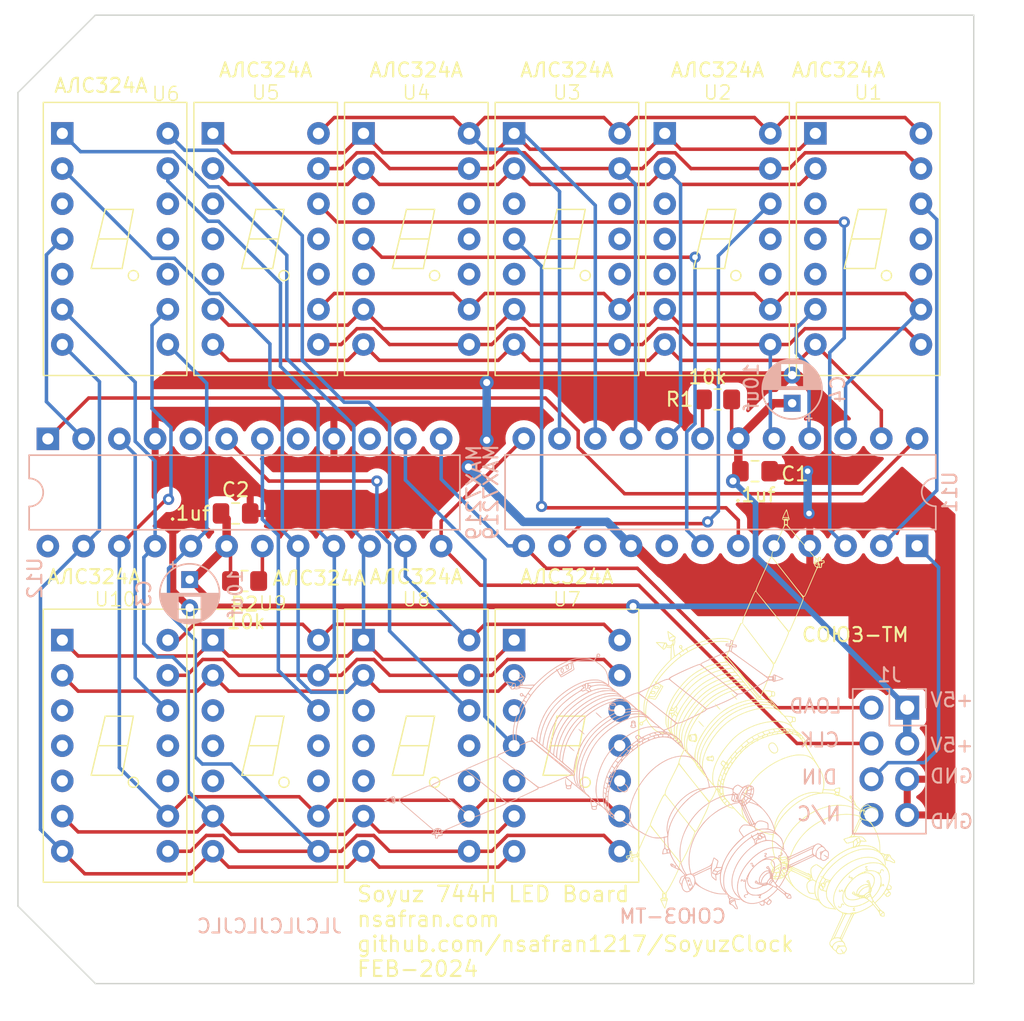
<source format=kicad_pcb>
(kicad_pcb (version 20221018) (generator pcbnew)
  (layers (0 "F.Cu" signal) (31 "B.Cu" signal) (34 "B.Paste" user) (35 "F.Paste" user) (36 "B.SilkS" user "B.Silkscreen") (37 "F.SilkS" user "F.Silkscreen") (38 "B.Mask" user) (39 "F.Mask" user) (44 "Edge.Cuts" user))
  (net 0 "")
  (net 1 "/Segment25")
  (net 2 "/Segment26")
  (net 3 "/Segment23")
  (net 4 "/Segment22")
  (net 5 "/Segment27")
  (net 6 "/Segment21")
  (net 7 "/Segment20")
  (net 8 "LOAD")
  (net 9 "CLK")
  (net 10 "/Segment24")
  (net 11 "+5V")
  (net 12 "GND")
  (net 13 "Net-(U11-ISET)")
  (net 14 "Net-(U12-ISET)")
  (net 15 "Net-(U11-DIG_0)")
  (net 16 "Net-(U11-DIG_1)")
  (net 17 "Net-(U11-DIG_2)")
  (net 18 "Net-(U11-DIG_3)")
  (net 19 "Net-(U11-DIG_4)")
  (net 20 "Net-(U12-DIG_0)")
  (net 21 "Net-(U12-DIG_1)")
  (net 22 "Net-(U12-DIG_2)")
  (net 23 "Net-(U12-DIG_3)")
  (net 24 "Net-(U12-DIG_4)")
  (net 28 "DIN")
  (net 29 "Net-(U11-DOUT)")
  (net 35 "/MaxOne5")
  (net 36 "/MaxOne6")
  (net 37 "/MaxOne3")
  (net 38 "/MaxOne2")
  (net 39 "/MaxOne7")
  (net 40 "/MaxOne1")
  (net 41 "/MaxOne0")
  (net 42 "/MaxOne4")
  (footprint "MountingHole:MountingHole_3.2mm_M3" (layer "F.Cu") (at 71.5 86.4)
    (fp_text reference "H3" hide)
    (fp_text value "MountingHole")
  )
  (footprint "ALS324A:Metric-2.5mm DIP14" (layer "F.Cu") (at 124.5 35.9)
    (fp_text reference "U1")
    (fp_text value "АЛС324А")
  )
  (footprint "ALS324A:Metric-2.5mm DIP14" (layer "F.Cu") (at 113.8 35.9)
    (fp_text reference "U2")
    (fp_text value "АЛС324А")
  )
  (footprint "ALS324A:Metric-2.5mm DIP14" (layer "F.Cu") (at 103.1 35.9)
    (fp_text reference "U3")
    (fp_text value "АЛС324А")
  )
  (footprint "Resistor_SMD:R_0805_2012Metric_Pad1.20x1.40mm_HandSolder" (layer "F.Cu") (at 113.8 47.3)
    (fp_text reference "R1")
    (fp_text value "10k")
  )
  (footprint "MountingHole:MountingHole_3.2mm_M3" (layer "F.Cu") (at 129 22.4)
    (fp_text reference "H2" hide)
    (fp_text value "MountingHole")
  )
  (footprint "Resistor_SMD:R_0805_2012Metric_Pad1.20x1.40mm_HandSolder" (layer "F.Cu") (at 80.2 60.2 180)
    (fp_text reference "R2")
    (fp_text value "10k")
  )
  (footprint "Capacitor_SMD:C_0805_2012Metric_Pad1.18x1.45mm_HandSolder" (layer "F.Cu") (at 79.5625 55.4)
    (fp_text reference "C2")
    (fp_text value ".1uf")
  )
  (footprint "ALS324A:Metric-2.5mm DIP14" (layer "F.Cu") (at 81.7 71.9)
    (fp_text reference "U9")
    (fp_text value "АЛС324А")
  )
  (footprint "ALS324A:Metric-2.5mm DIP14" (layer "F.Cu") (at 103.1 71.9)
    (fp_text reference "U7")
    (fp_text value "АЛС324А")
  )
  (footprint "MountingHole:MountingHole_3.2mm_M3" (layer "F.Cu") (at 71.5 22.4)
    (fp_text reference "H1" hide)
    (fp_text value "MountingHole")
  )
  (footprint "ALS324A:Metric-2.5mm DIP14" (layer "F.Cu") (at 71 71.9)
    (fp_text reference "U10")
    (fp_text value "АЛС324А")
  )
  (footprint "ALS324A:Metric-2.5mm DIP14" (layer "F.Cu") (at 92.4 71.9)
    (fp_text reference "U8")
    (fp_text value "АЛС324А")
  )
  (footprint "ALS324A:Metric-2.5mm DIP14" (layer "F.Cu") (at 81.7 35.9)
    (fp_text reference "U5")
    (fp_text value "АЛС324А")
  )
  (footprint "Capacitor_SMD:C_0805_2012Metric_Pad1.18x1.45mm_HandSolder" (layer "F.Cu") (at 116.4625 52.4)
    (fp_text reference "C1")
    (fp_text value ".1uf")
  )
  (footprint "ALS324A:Metric-2.5mm DIP14" (layer "F.Cu") (at 92.4 35.9)
    (fp_text reference "U4")
    (fp_text value "АЛС324А")
  )
  (footprint "ALS324A:Metric-2.5mm DIP14" (layer "F.Cu") (at 71 35.9)
    (fp_text reference "U6")
    (fp_text value "АЛС324А")
  )
  (footprint "MountingHole:MountingHole_3.2mm_M3" (layer "F.Cu") (at 129 86.4)
    (fp_text reference "H4" hide)
    (fp_text value "MountingHole")
  )
  (footprint "LOGO" (layer "F.Cu") (at 116.9 71 90)
    (fp_text reference "G***" hide)
    (fp_text value "LOGO" hide)
  )
  (footprint "Package_DIP:DIP-24_W7.62mm" (layer "B.Cu") (at 66.225 50.1 -90)
    (fp_text reference "U12")
    (fp_text value "MAX7219")
  )
  (footprint "Capacitor_THT:CP_Radial_D4.0mm_P2.00mm" (layer "B.Cu") (at 119.1 47.5726 90)
    (fp_text reference "C4")
    (fp_text value "10uf")
  )
  (footprint "Connector_PinHeader_2.54mm:PinHeader_2x04_P2.54mm_Vertical" (layer "B.Cu") (at 127.275 69.2 180)
    (fp_text reference "J1")
    (fp_text value "Conn_02x04_Odd_Even" hide)
  )
  (footprint "LOGO" (layer "B.Cu") (at 106 74 180)
    (fp_text reference "G***" hide)
    (fp_text value "LOGO" hide)
  )
  (footprint "Package_DIP:DIP-24_W7.62mm" (layer "B.Cu") (at 127.975 57.7 90)
    (fp_text reference "U11")
    (fp_text value "MAX7219")
  )
  (footprint "Capacitor_THT:CP_Radial_D4.0mm_P2.00mm" (layer "B.Cu") (at 76.3 60.1 -90)
    (fp_text reference "C3")
    (fp_text value "10uf")
  )
  (gr_line (start 69.6 20) (end 64.1 25.5) (stroke (width 0.1)) (layer "Edge.Cuts"))
  (gr_line (start 132 20) (end 69.6 20) (stroke (width 0.1)) (layer "Edge.Cuts"))
  (gr_line (start 64.1 83.3) (end 69.6 88.8) (stroke (width 0.1)) (layer "Edge.Cuts"))
  (gr_line (start 132 20) (end 132 88.8) (stroke (width 0.1)) (layer "Edge.Cuts"))
  (gr_line (start 64.1 83.3) (end 64.1 25.5) (stroke (width 0.1)) (layer "Edge.Cuts"))
  (gr_line (start 69.6 88.8) (end 132 88.8) (stroke (width 0.1)) (layer "Edge.Cuts"))
  (gr_text "JLCJLCJLCJLC" (at 87.2 85.3) (layer "B.SilkS") (effects (font (size 1 1)) (justify left bottom mirror)))
  (gr_text "DIN" (at 122.39 74.72) (layer "B.SilkS") (effects (font (size 1 1)) (justify left bottom mirror)))
  (gr_text "LOAD" (at 122.72 69.67) (layer "B.SilkS") (effects (font (size 1 1)) (justify left bottom mirror)))
  (gr_text "CLK" (at 122.56 72.08) (layer "B.SilkS") (effects (font (size 1 1)) (justify left bottom mirror)))
  (gr_text "СОЮЗ-TM" (at 114.5 84.6) (layer "B.SilkS") (effects (font (size 1 1)) (justify left bottom mirror)))
  (gr_text "GND\n\nGND" (at 132.05 77.87) (layer "B.SilkS") (effects (font (size 1 1)) (justify left bottom mirror)))
  (gr_text "+5V\n\n+5V" (at 132.07 72.45) (layer "B.SilkS") (effects (font (size 1 1)) (justify left bottom mirror)))
  (gr_text "N/C" (at 122.65 77.33) (layer "B.SilkS") (effects (font (size 1 1)) (justify left bottom mirror)))
  (gr_text "СОЮЗ-TM" (at 119.7 64.6) (layer "F.SilkS") (effects (font (size 1 1)) (justify left bottom)))
  (gr_text "Soyuz 744H LED Board\nnsafran.com\ngithub.com/nsafran1217/SoyuzClock\nFEB-2024" (at 88.1 88.4) (layer "F.SilkS") (effects (font (size 1.1 1.1)) (justify left bottom)))
  (segment (start 77.95 64.4) (end 79.075 65.525) (width 0.25) (layer "F.Cu") (net 1))
  (segment (start 88.65 64.4) (end 90.025 65.775) (width 0.25) (layer "F.Cu") (net 1))
  (segment (start 76.825 65.525) (end 77.95 64.4) (width 0.25) (layer "F.Cu") (net 1))
  (segment (start 68.375 65.525) (end 76.825 65.525) (width 0.25) (layer "F.Cu") (net 1))
  (segment (start 79.075 65.525) (end 87.525 65.525) (width 0.25) (layer "F.Cu") (net 1))
  (segment (start 90.025 65.775) (end 97.975 65.775) (width 0.25) (layer "F.Cu") (net 1))
  (segment (start 87.525 65.525) (end 88.65 64.4) (width 0.25) (layer "F.Cu") (net 1))
  (segment (start 67.25 64.4) (end 68.375 65.525) (width 0.25) (layer "F.Cu") (net 1))
  (segment (start 97.975 65.775) (end 99.35 64.4) (width 0.25) (layer "F.Cu") (net 1))
  (segment (start 87.96 56.595) (end 89.085 57.72) (width 0.25) (layer "B.Cu") (net 1))
  (segment (start 83.2 44.4) (end 87.96 49.16) (width 0.25) (layer "B.Cu") (net 1))
  (segment (start 83.2 37.059009) (end 83.2 44.4) (width 0.25) (layer "B.Cu") (net 1))
  (segment (start 88.65 64.4) (end 88.65 58.155) (width 0.25) (layer "B.Cu") (net 1))
  (segment (start 77.659009 32.2) (end 78.340991 32.2) (width 0.25) (layer "B.Cu") (net 1))
  (segment (start 68.55 29.7) (end 75.159009 29.7) (width 0.25) (layer "B.Cu") (net 1))
  (segment (start 67.25 28.4) (end 68.55 29.7) (width 0.25) (layer "B.Cu") (net 1))
  (segment (start 88.65 58.155) (end 89.085 57.72) (width 0.25) (layer "B.Cu") (net 1))
  (segment (start 78.340991 32.2) (end 83.2 37.059009) (width 0.25) (layer "B.Cu") (net 1))
  (segment (start 87.96 49.16) (end 87.96 56.595) (width 0.25) (layer "B.Cu") (net 1))
  (segment (start 75.159009 29.7) (end 77.659009 32.2) (width 0.25) (layer "B.Cu") (net 1))
  (segment (start 87.525 68.025) (end 88.65 66.9) (width 0.25) (layer "F.Cu") (net 2))
  (segment (start 68.375 68.025) (end 76.825 68.025) (width 0.25) (layer "F.Cu") (net 2))
  (segment (start 98.225 68.025) (end 99.35 66.9) (width 0.25) (layer "F.Cu") (net 2))
  (segment (start 67.25 66.9) (end 68.375 68.025) (width 0.25) (layer "F.Cu") (net 2))
  (segment (start 88.65 66.9) (end 89.775 68.025) (width 0.25) (layer "F.Cu") (net 2))
  (segment (start 79.075 68.025) (end 87.525 68.025) (width 0.25) (layer "F.Cu") (net 2))
  (segment (start 77.95 66.9) (end 79.075 68.025) (width 0.25) (layer "F.Cu") (net 2))
  (segment (start 89.775 68.025) (end 98.225 68.025) (width 0.25) (layer "F.Cu") (net 2))
  (segment (start 76.825 68.025) (end 77.95 66.9) (width 0.25) (layer "F.Cu") (net 2))
  (segment (start 67.25 30.9) (end 73.625 37.275) (width 0.25) (layer "B.Cu") (net 2))
  (segment (start 84.005 67.175496) (end 84.929504 68.1) (width 0.25) (layer "B.Cu") (net 2))
  (segment (start 82.88 47.18) (end 82.88 56.595) (width 0.25) (layer "B.Cu") (net 2))
  (segment (start 84.929504 68.1) (end 87.45 68.1) (width 0.25) (layer "B.Cu") (net 2))
  (segment (start 73.625 37.275) (end 75.215991 37.275) (width 0.25) (layer "B.Cu") (net 2))
  (segment (start 84.005 57.72) (end 84.005 67.175496) (width 0.25) (layer "B.Cu") (net 2))
  (segment (start 87.45 68.1) (end 88.65 66.9) (width 0.25) (layer "B.Cu") (net 2))
  (segment (start 75.215991 37.275) (end 77.715991 39.775) (width 0.25) (layer "B.Cu") (net 2))
  (segment (start 82 43.359009) (end 82 46.3) (width 0.25) (layer "B.Cu") (net 2))
  (segment (start 82 46.3) (end 82.88 47.18) (width 0.25) (layer "B.Cu") (net 2))
  (segment (start 78.415991 39.775) (end 82 43.359009) (width 0.25) (layer "B.Cu") (net 2))
  (segment (start 82.88 56.595) (end 84.005 57.72) (width 0.25) (layer "B.Cu") (net 2))
  (segment (start 77.715991 39.775) (end 78.415991 39.775) (width 0.25) (layer "B.Cu") (net 2))
  (segment (start 67.25 79.4) (end 68.85 81) (width 0.25) (layer "F.Cu") (net 3))
  (segment (start 77.95 79.4) (end 79.075 80.525) (width 0.25) (layer "F.Cu") (net 3))
  (segment (start 87.525 80.525) (end 88.65 79.4) (width 0.25) (layer "F.Cu") (net 3))
  (segment (start 79.075 80.525) (end 87.525 80.525) (width 0.25) (layer "F.Cu") (net 3))
  (segment (start 88.65 79.4) (end 89.775 80.525) (width 0.25) (layer "F.Cu") (net 3))
  (segment (start 76.35 81) (end 77.95 79.4) (width 0.25) (layer "F.Cu") (net 3))
  (segment (start 68.85 81) (end 76.35 81) (width 0.25) (layer "F.Cu") (net 3))
  (segment (start 89.775 80.525) (end 98.225 80.525) (width 0.25) (layer "F.Cu") (net 3))
  (segment (start 98.225 80.525) (end 99.35 79.4) (width 0.25) (layer "F.Cu") (net 3))
  (segment (start 65.7 77.85) (end 67.25 79.4) (width 0.25) (layer "B.Cu") (net 3))
  (segment (start 65.7 60.785) (end 65.7 77.85) (width 0.25) (layer "B.Cu") (net 3))
  (segment (start 69.89 56.595) (end 68.765 57.72) (width 0.25) (layer "B.Cu") (net 3))
  (segment (start 68.765 57.72) (end 65.7 60.785) (width 0.25) (layer "B.Cu") (net 3))
  (segment (start 69.89 46.04) (end 69.89 56.595) (width 0.25) (layer "B.Cu") (net 3))
  (segment (start 67.25 43.4) (end 69.89 46.04) (width 0.25) (layer "B.Cu") (net 3))
  (segment (start 79.8 79.4) (end 85.45 79.4) (width 0.25) (layer "F.Cu") (net 4))
  (segment (start 97.759009 79.4) (end 98.884009 78.275) (width 0.25) (layer "F.Cu") (net 4))
  (segment (start 74.75 79.4) (end 76.359009 79.4) (width 0.25) (layer "F.Cu") (net 4))
  (segment (start 89.375 78.275) (end 90.5 79.4) (width 0.25) (layer "F.Cu") (net 4))
  (segment (start 88.184009 78.275) (end 89.375 78.275) (width 0.25) (layer "F.Cu") (net 4))
  (segment (start 85.45 79.4) (end 87.059009 79.4) (width 0.25) (layer "F.Cu") (net 4))
  (segment (start 98.884009 78.275) (end 105.725 78.275) (width 0.25) (layer "F.Cu") (net 4))
  (segment (start 90.5 79.4) (end 96.15 79.4) (width 0.25) (layer "F.Cu") (net 4))
  (segment (start 87.059009 79.4) (end 88.184009 78.275) (width 0.25) (layer "F.Cu") (net 4))
  (segment (start 78.675 78.275) (end 79.8 79.4) (width 0.25) (layer "F.Cu") (net 4))
  (segment (start 76.359009 79.4) (end 77.484009 78.275) (width 0.25) (layer "F.Cu") (net 4))
  (segment (start 77.484009 78.275) (end 78.675 78.275) (width 0.25) (layer "F.Cu") (net 4))
  (segment (start 105.725 78.275) (end 106.85 79.4) (width 0.25) (layer "F.Cu") (net 4))
  (segment (start 96.15 79.4) (end 97.759009 79.4) (width 0.25) (layer "F.Cu") (net 4))
  (segment (start 77.2 73.2) (end 79.25 73.2) (width 0.25) (layer "B.Cu") (net 4))
  (segment (start 74.8 62.5) (end 76.7 64.4) (width 0.25) (layer "B.Cu") (net 4))
  (segment (start 79.25 73.2) (end 85.45 79.4) (width 0.25) (layer "B.Cu") (net 4))
  (segment (start 74.75 43.4) (end 77.51 46.16) (width 0.25) (layer "B.Cu") (net 4))
  (segment (start 77.51 46.16) (end 77.51 56.595) (width 0.25) (layer "B.Cu") (net 4))
  (segment (start 76.7 72.7) (end 77.2 73.2) (width 0.25) (layer "B.Cu") (net 4))
  (segment (start 77.51 56.595) (end 76.385 57.72) (width 0.25) (layer "B.Cu") (net 4))
  (segment (start 74.8 59.305) (end 74.8 62.5) (width 0.25) (layer "B.Cu") (net 4))
  (segment (start 76.385 57.72) (end 74.8 59.305) (width 0.25) (layer "B.Cu") (net 4))
  (segment (start 76.7 64.4) (end 76.7 72.7) (width 0.25) (layer "B.Cu") (net 4))
  (segment (start 105.725 75.775) (end 106.85 76.9) (width 0.25) (layer "F.Cu") (net 5))
  (segment (start 84.075 75.525) (end 85.45 76.9) (width 0.25) (layer "F.Cu") (net 5))
  (segment (start 97.275 75.775) (end 105.725 75.775) (width 0.25) (layer "F.Cu") (net 5))
  (segment (start 86.575 75.775) (end 95.025 75.775) (width 0.25) (layer "F.Cu") (net 5))
  (segment (start 95.025 75.775) (end 96.15 76.9) (width 0.25) (layer "F.Cu") (net 5))
  (segment (start 74.625 54.4) (end 71.305 57.72) (width 0.25) (layer "F.Cu") (net 5))
  (segment (start 76.125 75.525) (end 84.075 75.525) (width 0.25) (layer "F.Cu") (net 5))
  (segment (start 74.8 54.4) (end 74.625 54.4) (width 0.25) (layer "F.Cu") (net 5))
  (segment (start 74.75 76.9) (end 76.125 75.525) (width 0.25) (layer "F.Cu") (net 5))
  (segment (start 96.15 76.9) (end 97.275 75.775) (width 0.25) (layer "F.Cu") (net 5))
  (segment (start 85.45 76.9) (end 86.575 75.775) (width 0.25) (layer "F.Cu") (net 5))
  (via (at 74.8 54.4) (size 0.8) (drill 0.4) (layers "F.Cu" "B.Cu") (net 5))
  (segment (start 73.625 47.949009) (end 74.97 49.294009) (width 0.25) (layer "B.Cu") (net 5))
  (segment (start 74.75 40.9) (end 73.625 42.025) (width 0.25) (layer "B.Cu") (net 5))
  (segment (start 71.305 57.72) (end 71.305 73.455) (width 0.25) (layer "B.Cu") (net 5))
  (segment (start 74.97 54.23) (end 74.8 54.4) (width 0.25) (layer "B.Cu") (net 5))
  (segment (start 74.97 49.294009) (end 74.97 54.23) (width 0.25) (layer "B.Cu") (net 5))
  (segment (start 73.625 42.025) (end 73.625 47.949009) (width 0.25) (layer "B.Cu") (net 5))
  (segment (start 71.305 73.455) (end 74.75 76.9) (width 0.25) (layer "B.Cu") (net 5))
  (segment (start 98.884009 65.775) (end 105.725 65.775) (width 0.25) (layer "F.Cu") (net 6))
  (segment (start 74.75 66.9) (end 76.1 66.9) (width 0.25) (layer "F.Cu") (net 6))
  (segment (start 105.725 65.775) (end 106.85 66.9) (width 0.25) (layer "F.Cu") (net 6))
  (segment (start 85.45 66.9) (end 87.059009 66.9) (width 0.25) (layer "F.Cu") (net 6))
  (segment (start 76.1 66.9) (end 77.225 65.775) (width 0.25) (layer "F.Cu") (net 6))
  (segment (start 89.388604 65.775) (end 90.513604 66.9) (width 0.25) (layer "F.Cu") (net 6))
  (segment (start 78.688604 65.775) (end 79.813604 66.9) (width 0.25) (layer "F.Cu") (net 6))
  (segment (start 88.184009 65.775) (end 89.388604 65.775) (width 0.25) (layer "F.Cu") (net 6))
  (segment (start 79.813604 66.9) (end 85.45 66.9) (width 0.25) (layer "F.Cu") (net 6))
  (segment (start 90.513604 66.9) (end 96.15 66.9) (width 0.25) (layer "F.Cu") (net 6))
  (segment (start 77.225 65.775) (end 78.688604 65.775) (width 0.25) (layer "F.Cu") (net 6))
  (segment (start 96.15 66.9) (end 97.759009 66.9) (width 0.25) (layer "F.Cu") (net 6))
  (segment (start 97.759009 66.9) (end 98.884009 65.775) (width 0.25) (layer "F.Cu") (net 6))
  (segment (start 87.059009 66.9) (end 88.184009 65.775) (width 0.25) (layer "F.Cu") (net 6))
  (segment (start 78.340991 34.640991) (end 77.6 34.640991) (width 0.25) (layer "B.Cu") (net 6))
  (segment (start 77.6 34.640991) (end 74.75 31.790991) (width 0.25) (layer "B.Cu") (net 6))
  (segment (start 86.575 57.75) (end 86.575 65.775) (width 0.25) (layer "B.Cu") (net 6))
  (segment (start 82.75 39.05) (end 78.340991 34.640991) (width 0.25) (layer "B.Cu") (net 6))
  (segment (start 86.545 57.72) (end 85.42 56.595) (width 0.25) (layer "B.Cu") (net 6))
  (segment (start 85.42 47.62) (end 82.75 44.95) (width 0.25) (layer "B.Cu") (net 6))
  (segment (start 86.545 57.72) (end 86.575 57.75) (width 0.25) (layer "B.Cu") (net 6))
  (segment (start 74.75 31.790991) (end 74.75 30.9) (width 0.25) (layer "B.Cu") (net 6))
  (segment (start 82.75 44.95) (end 82.75 39.05) (width 0.25) (layer "B.Cu") (net 6))
  (segment (start 85.45 66.9) (end 86.575 65.775) (width 0.25) (layer "B.Cu") (net 6))
  (segment (start 85.42 56.595) (end 85.42 47.62) (width 0.25) (layer "B.Cu") (net 6))
  (segment (start 106.85 64.4) (end 105.725 63.275) (width 0.25) (layer "F.Cu") (net 7))
  (segment (start 76.625 63.275) (end 84.325 63.275) (width 0.25) (layer "F.Cu") (net 7))
  (segment (start 105.725 63.275) (end 97.275 63.275) (width 0.25) (layer "F.Cu") (net 7))
  (segment (start 97.275 63.275) (end 96.15 64.4) (width 0.25) (layer "F.Cu") (net 7))
  (segment (start 85.45 64.4) (end 86.575 63.275) (width 0.25) (layer "F.Cu") (net 7))
  (segment (start 74.75 64.4) (end 75.5 64.4) (width 0.25) (layer "F.Cu") (net 7))
  (segment (start 84.325 63.275) (end 85.45 64.4) (width 0.25) (layer "F.Cu") (net 7))
  (segment (start 95.025 63.275) (end 96.15 64.4) (width 0.25) (layer "F.Cu") (net 7))
  (segment (start 86.575 63.275) (end 95.025 63.275) (width 0.25) (layer "F.Cu") (net 7))
  (segment (start 75.5 64.4) (end 76.625 63.275) (width 0.25) (layer "F.Cu") (net 7))
  (segment (start 91.625 57.72) (end 91.625 59.875) (width 0.25) (layer "B.Cu") (net 7))
  (segment (start 90.5 49) (end 90.5 56.595) (width 0.25) (layer "B.Cu") (net 7))
  (segment (start 87.275991 47.5) (end 89 47.5) (width 0.25) (layer "B.Cu") (net 7))
  (segment (start 84.3 44.524009) (end 87.275991 47.5) (width 0.25) (layer "B.Cu") (net 7))
  (segment (start 74.75 28.4) (end 75.95 29.6) (width 0.25) (layer "B.Cu") (net 7))
  (segment (start 90.5 56.595) (end 91.625 57.72) (width 0.25) (layer "B.Cu") (net 7))
  (segment (start 75.95 29.6) (end 78.240991 29.6) (width 0.25) (layer "B.Cu") (net 7))
  (segment (start 78.240991 29.6) (end 84.3 35.659009) (width 0.25) (layer "B.Cu") (net 7))
  (segment (start 89 47.5) (end 90.5 49) (width 0.25) (layer "B.Cu") (net 7))
  (segment (start 84.3 35.659009) (end 84.3 44.524009) (width 0.25) (layer "B.Cu") (net 7))
  (segment (start 91.625 59.875) (end 96.15 64.4) (width 0.25) (layer "B.Cu") (net 7))
  (segment (start 108.1 59.3) (end 118 69.2) (width 0.25) (layer "F.Cu") (net 8))
  (segment (start 101.635 59.3) (end 108.1 59.3) (width 0.25) (layer "F.Cu") (net 8))
  (segment (start 118 69.2) (end 124.735 69.2) (width 0.25) (layer "F.Cu") (net 8))
  (segment (start 100.035 57.7) (end 101.635 59.3) (width 0.25) (layer "F.Cu") (net 8))
  (segment (start 98.90363 57.7) (end 94.165 52.96137) (width 0.25) (layer "B.Cu") (net 8))
  (segment (start 100.035 57.7) (end 98.90363 57.7) (width 0.25) (layer "B.Cu") (net 8))
  (segment (start 94.165 52.96137) (end 94.165 50.1) (width 0.25) (layer "B.Cu") (net 8))
  (segment (start 94.165 55.95) (end 100.035 50.08) (width 0.25) (layer "F.Cu") (net 9))
  (segment (start 96.945 60.5) (end 94.165 57.72) (width 0.25) (layer "F.Cu") (net 9))
  (segment (start 124.735 71.74) (end 119.44 71.74) (width 0.25) (layer "F.Cu") (net 9))
  (segment (start 119.44 71.74) (end 108.2 60.5) (width 0.25) (layer "F.Cu") (net 9))
  (segment (start 108.2 60.5) (end 96.945 60.5) (width 0.25) (layer "F.Cu") (net 9))
  (segment (start 94.165 57.72) (end 94.165 55.95) (width 0.25) (layer "F.Cu") (net 9))
  (segment (start 87.35 78.2) (end 88.65 76.9) (width 0.25) (layer "F.Cu") (net 10))
  (segment (start 76.825 78.025) (end 77.95 76.9) (width 0.25) (layer "F.Cu") (net 10))
  (segment (start 98.225 78.025) (end 99.35 76.9) (width 0.25) (layer "F.Cu") (net 10))
  (segment (start 77.95 76.9) (end 79.25 78.2) (width 0.25) (layer "F.Cu") (net 10))
  (segment (start 68.375 78.025) (end 76.825 78.025) (width 0.25) (layer "F.Cu") (net 10))
  (segment (start 89.775 78.025) (end 98.225 78.025) (width 0.25) (layer "F.Cu") (net 10))
  (segment (start 88.65 76.9) (end 89.775 78.025) (width 0.25) (layer "F.Cu") (net 10))
  (segment (start 67.25 76.9) (end 68.375 78.025) (width 0.25) (layer "F.Cu") (net 10))
  (segment (start 79.25 78.2) (end 87.35 78.2) (width 0.25) (layer "F.Cu") (net 10))
  (segment (start 73.045001 64.645001) (end 74 65.6) (width 0.25) (layer "B.Cu") (net 10))
  (segment (start 75.1 65.6) (end 76.2 66.7) (width 0.25) (layer "B.Cu") (net 10))
  (segment (start 73.845 51.690991) (end 72.43 50.275991) (width 0.25) (layer "B.Cu") (net 10))
  (segment (start 73.845 57.72) (end 73.045001 58.519999) (width 0.25) (layer "B.Cu") (net 10))
  (segment (start 73.045001 58.519999) (end 73.045001 64.645001) (width 0.25) (layer "B.Cu") (net 10))
  (segment (start 72.43 50.275991) (end 72.43 46.08) (width 0.25) (layer "B.Cu") (net 10))
  (segment (start 76.2 75.15) (end 77.95 76.9) (width 0.25) (layer "B.Cu") (net 10))
  (segment (start 76.2 66.7) (end 76.2 75.15) (width 0.25) (layer "B.Cu") (net 10))
  (segment (start 67.25 40.9) (end 72.43 46.08) (width 0.25) (layer "B.Cu") (net 10))
  (segment (start 74 65.6) (end 75.1 65.6) (width 0.25) (layer "B.Cu") (net 10))
  (segment (start 73.845 57.72) (end 73.845 51.690991) (width 0.25) (layer "B.Cu") (net 10))
  (segment (start 78.2 62) (end 76.3 60.1) (width 0.4) (layer "F.Cu") (net 11))
  (segment (start 107.8 62) (end 78.2 62) (width 0.4) (layer "F.Cu") (net 11))
  (segment (start 119.1 47.5726) (end 117.7824 47.5726) (width 0.6) (layer "F.Cu") (net 11))
  (segment (start 114.8 47.3) (end 114.8 49.605) (width 0.25) (layer "F.Cu") (net 11))
  (segment (start 115.275 50.08) (end 115.275 52.25) (width 0.6) (layer "F.Cu") (net 11))
  (segment (start 115.425 52.4) (end 115.425 52.575) (width 0.4) (layer "F.Cu") (net 11))
  (segment (start 78.925 55.8) (end 78.525 55.4) (width 0.6) (layer "F.Cu") (net 11))
  (segment (start 79.2 57.995) (end 78.925 57.72) (width 0.25) (layer "F.Cu") (net 11))
  (segment (start 78.925 57.72) (end 78.925 55.8) (width 0.6) (layer "F.Cu") (net 11))
  (segment (start 114.8 49.605) (end 115.275 50.08) (width 0.25) (layer "F.Cu") (net 11))
  (segment (start 115.275 52.25) (end 115.425 52.4) (width 0.4) (layer "F.Cu") (net 11))
  (segment (start 117.7824 47.5726) (end 115.275 50.08) (width 0.6) (layer "F.Cu") (net 11))
  (segment (start 79.2 60.2) (end 79.2 57.995) (width 0.25) (layer "F.Cu") (net 11))
  (segment (start 115.425 52.575) (end 114.9 53.1) (width 0.4) (layer "F.Cu") (net 11))
  (segment (start 76.545 60.1) (end 78.925 57.72) (width 0.6) (layer "F.Cu") (net 11))
  (segment (start 76.3 60.1) (end 76.545 60.1) (width 0.4) (layer "F.Cu") (net 11))
  (via (at 107.8 62) (size 1) (drill 0.5) (layers "F.Cu" "B.Cu") (net 11))
  (via (at 114.9 53.1) (size 1) (drill 0.5) (layers "F.Cu" "B.Cu") (net 11))
  (segment (start 127.275 69.2) (end 121.8375 63.7625) (width 0.4) (layer "B.Cu") (net 11))
  (segment (start 120.075 62) (end 121.8375 63.7625) (width 0.4) (layer "B.Cu") (net 11))
  (segment (start 107.8 62) (end 120.075 62) (width 0.4) (layer "B.Cu") (net 11))
  (segment (start 121.8375 63.7625) (end 116.5 58.425) (width 0.4) (layer "B.Cu") (net 11))
  (segment (start 116.5 54.7) (end 114.9 53.1) (width 0.4) (layer "B.Cu") (net 11))
  (segment (start 127.275 71.74) (end 127.275 69.2) (width 0.6) (layer "B.Cu") (net 11))
  (segment (start 116.5 58.425) (end 116.5 54.7) (width 0.4) (layer "B.Cu") (net 11))
  (segment (start 107.655 57.7) (end 107.9 57.7) (width 0.6) (layer "F.Cu") (net 12))
  (segment (start 118.5274 45.5726) (end 118 46.1) (width 0.5) (layer "F.Cu") (net 12))
  (segment (start 121.555 51.045) (end 120.2 52.4) (width 0.5) (layer "F.Cu") (net 12))
  (segment (start 75.185 60.985) (end 75.1 60.9) (width 0.5) (layer "F.Cu") (net 12))
  (segment (start 119.1 45.5726) (end 119.5863 45.5726) (width 0.5) (layer "F.Cu") (net 12))
  (segment (start 121.555 47.5413) (end 121.605 47.5913) (width 0.5) (layer "F.Cu") (net 12))
  (segment (start 107.9 57.7) (end 109.8 59.6) (width 0.8) (layer "F.Cu") (net 12))
  (segment (start 117.5 52.4) (end 117.9 52.8) (width 0.4) (layer "F.Cu") (net 12))
  (segment (start 117.9 52.8) (end 119.1 52.8) (width 0.4) (layer "F.Cu") (net 12))
  (segment (start 117.8 52.1) (end 118.8 52.1) (width 0.4) (layer "F.Cu") (net 12))
  (segment (start 80.6 55.4) (end 80.6 54.8) (width 0.4) (layer "F.Cu") (net 12))
  (segment (start 76.3 62.1) (end 75.185 60.985) (width 0.5) (layer "F.Cu") (net 12))
  (segment (start 121.605 47.5913) (end 121.605 50.995) (width 0.5) (layer "F.Cu") (net 12))
  (segment (start 119.1 45.5726) (end 117.4274 45.5726) (width 0.55) (layer "F.Cu") (net 12))
  (segment (start 119.1 45.5726) (end 118.5274 45.5726) (width 0.4) (layer "F.Cu") (net 12))
  (segment (start 121.605 50.995) (end 121.555 51.045) (width 0.5) (layer "F.Cu") (net 12))
  (segment (start 75.1 60.9) (end 75.1 56.3) (width 0.5) (layer "F.Cu") (net 12))
  (segment (start 117.4274 45.5726) (end 117.1 45.9) (width 0.4) (layer "F.Cu") (net 12))
  (segment (start 119.5863 45.5726) (end 121.555 47.5413) (width 0.5) (layer "F.Cu") (net 12))
  (via (at 96.1 52.1) (size 1) (drill 0.5) (layers "F.Cu" "B.Cu") (net 12))
  (via (at 120.3 55.4) (size 0.8) (drill 0.4) (layers "F.Cu" "B.Cu") (net 12))
  (via (at 97.4 50.2) (size 1) (drill 0.5) (layers "F.Cu" "B.Cu") (net 12))
  (via (at 97.4 46.1) (size 1) (drill 0.5) (layers "F.Cu" "B.Cu") (net 12))
  (via (at 120.2 52.4) (size 0.8) (drill 0.4) (layers "F.Cu" "B.Cu") (net 12))
  (segment (start 120.2 52.4) (end 120.2 55.3) (width 0.6) (layer "B.Cu") (net 12))
  (segment (start 100 56) (end 96.1 52.1) (width 0.6) (layer "B.Cu") (net 12))
  (segment (start 107.655 57.7) (end 105.955 56) (width 0.6) (layer "B.Cu") (net 12))
  (segment (start 120.2 55.3) (end 120.3 55.4) (width 0.4) (layer "B.Cu") (net 12))
  (segment (start 97.4 46.1) (end 97.4 50.2) (width 0.6) (layer "B.Cu") (net 12))
  (segment (start 105.955 56) (end 100 56) (width 0.6) (layer "B.Cu") (net 12))
  (segment (start 112.8 47.3) (end 112.735 47.365) (width 0.25) (layer "F.Cu") (net 13))
  (segment (start 112.735 47.365) (end 112.735 50.08) (width 0.25) (layer "F.Cu") (net 13))
  (segment (start 81.465 59.935) (end 81.2 60.2) (width 0.25) (layer "F.Cu") (net 14))
  (segment (start 81.465 57.72) (end 81.465 59.935) (width 0.25) (layer "F.Cu") (net 14))
  (segment (start 129.375 34.525) (end 128.25 33.4) (width 0.25) (layer "B.Cu") (net 15))
  (segment (start 129.375 53.76) (end 129.375 34.525) (width 0.25) (layer "B.Cu") (net 15))
  (segment (start 125.435 57.7) (end 129.375 53.76) (width 0.25) (layer "B.Cu") (net 15))
  (segment (start 104.150201 56.124799) (end 102.575 57.7) (width 0.25) (layer "F.Cu") (net 16))
  (segment (start 113.1 56) (end 112.975201 56.124799) (width 0.25) (layer "F.Cu") (net 16))
  (segment (start 112.975201 56.124799) (end 104.150201 56.124799) (width 0.25) (layer "F.Cu") (net 16))
  (via (at 113.1 56) (size 0.8) (drill 0.4) (layers "F.Cu" "B.Cu") (net 16))
  (segment (start 113.86 37.09) (end 117.55 33.4) (width 0.25) (layer "B.Cu") (net 16))
  (segment (start 113.1 56) (end 113.86 55.24) (width 0.25) (layer "B.Cu") (net 16))
  (segment (start 113.86 55.24) (end 113.86 37.09) (width 0.25) (layer "B.Cu") (net 16))
  (segment (start 101.4 55) (end 114.4 55) (width 0.25) (layer "F.Cu") (net 17))
  (segment (start 101.3 54.9) (end 101.4 55) (width 0.25) (layer "F.Cu") (net 17))
  (segment (start 115.275 55.875) (end 115.275 57.7) (width 0.25) (layer "F.Cu") (net 17))
  (segment (start 114.4 55) (end 115.275 55.875) (width 0.25) (layer "F.Cu") (net 17))
  (via (at 101.3 54.9) (size 0.8) (drill 0.4) (layers "F.Cu" "B.Cu") (net 17))
  (segment (start 101.3 54.9) (end 101.3 37.85) (width 0.25) (layer "B.Cu") (net 17))
  (segment (start 101.3 37.85) (end 99.35 35.9) (width 0.25) (layer "B.Cu") (net 17))
  (segment (start 112.2 37.2) (end 89.95 37.2) (width 0.25) (layer "F.Cu") (net 18))
  (segment (start 89.95 37.2) (end 88.65 35.9) (width 0.25) (layer "F.Cu") (net 18))
  (via (at 112.2 37.2) (size 0.8) (drill 0.4) (layers "F.Cu" "B.Cu") (net 18))
  (segment (start 111.61 56.575) (end 112.735 57.7) (width 0.25) (layer "B.Cu") (net 18))
  (segment (start 112.2 49.024009) (end 111.61 49.614009) (width 0.25) (layer "B.Cu") (net 18))
  (segment (start 111.61 49.614009) (end 111.61 56.575) (width 0.25) (layer "B.Cu") (net 18))
  (segment (start 112.2 37.2) (end 112.2 49.024009) (width 0.25) (layer "B.Cu") (net 18))
  (segment (start 122.8 34.7) (end 86.75 34.7) (width 0.25) (layer "F.Cu") (net 19))
  (segment (start 86.75 34.7) (end 85.45 33.4) (width 0.25) (layer "F.Cu") (net 19))
  (via (at 122.8 34.7) (size 0.8) (drill 0.4) (layers "F.Cu" "B.Cu") (net 19))
  (segment (start 122.895 57.7) (end 121.77 56.575) (width 0.25) (layer "B.Cu") (net 19))
  (segment (start 121.77 56.575) (end 121.77 43.970991) (width 0.25) (layer "B.Cu") (net 19))
  (segment (start 122.8 42.940991) (end 122.8 34.7) (width 0.25) (layer "B.Cu") (net 19))
  (segment (start 121.77 43.970991) (end 122.8 42.940991) (width 0.25) (layer "B.Cu") (net 19))
  (segment (start 66.125 37.025) (end 67.25 35.9) (width 0.25) (layer "B.Cu") (net 20))
  (segment (start 68.765 50.1) (end 66.125 47.46) (width 0.25) (layer "B.Cu") (net 20))
  (segment (start 66.125 47.46) (end 66.125 37.025) (width 0.25) (layer "B.Cu") (net 20))
  (segment (start 91.625 50.1) (end 91.625 53.025) (width 0.25) (layer "B.Cu") (net 21))
  (segment (start 97.275 69.825) (end 99.35 71.9) (width 0.25) (layer "B.Cu") (net 21))
  (segment (start 97.275 58.675) (end 97.275 69.825) (width 0.25) (layer "B.Cu") (net 21))
  (segment (start 91.625 53.025) (end 97.275 58.675) (width 0.25) (layer "B.Cu") (net 21))
  (segment (start 78.925 50.1) (end 81.925 53.1) (width 0.25) (layer "F.Cu") (net 22))
  (segment (start 81.925 53.1) (end 89.6 53.1) (width 0.25) (layer "F.Cu") (net 22))
  (via (at 89.6 53.1) (size 0.8) (drill 0.4) (layers "F.Cu" "B.Cu") (net 22))
  (segment (start 90.5 57.544009) (end 89.6 56.644009) (width 0.25) (layer "B.Cu") (net 22))
  (segment (start 96.15 69.4) (end 90.5 63.75) (width 0.25) (layer "B.Cu") (net 22))
  (segment (start 89.6 56.644009) (end 89.6 53.1) (width 0.25) (layer "B.Cu") (net 22))
  (segment (start 90.5 63.75) (end 90.5 57.544009) (width 0.25) (layer "B.Cu") (net 22))
  (segment (start 81.465 55.816396) (end 81.465 50.1) (width 0.25) (layer "B.Cu") (net 23))
  (segment (start 82.6 56.951396) (end 81.465 55.816396) (width 0.25) (layer "B.Cu") (net 23))
  (segment (start 85.45 69.4) (end 82.6 66.55) (width 0.25) (layer "B.Cu") (net 23))
  (segment (start 82.6 66.55) (end 82.6 56.951396) (width 0.25) (layer "B.Cu") (net 23))
  (segment (start 71.305 50.1) (end 72.43 51.225) (width 0.25) (layer "B.Cu") (net 24))
  (segment (start 72.43 67.08) (end 74.75 69.4) (width 0.25) (layer "B.Cu") (net 24))
  (segment (start 72.43 51.225) (end 72.43 67.08) (width 0.25) (layer "B.Cu") (net 24))
  (segment (start 128.495 73.105) (end 125.91 73.105) (width 0.25) (layer "B.Cu") (net 28))
  (segment (start 129.5 72.1) (end 128.495 73.105) (width 0.25) (layer "B.Cu") (net 28))
  (segment (start 125.91 73.105) (end 124.735 74.28) (width 0.25) (layer "B.Cu") (net 28))
  (segment (start 129.5 59.225) (end 129.5 72.1) (width 0.25) (layer "B.Cu") (net 28))
  (segment (start 127.975 57.7) (end 129.5 59.225) (width 0.25) (layer "B.Cu") (net 28))
  (segment (start 103.9 49.524009) (end 103.9 50.7) (width 0.25) (layer "F.Cu") (net 29))
  (segment (start 69.125 47.2) (end 101.575991 47.2) (width 0.25) (layer "F.Cu") (net 29))
  (segment (start 101.575991 47.2) (end 103.9 49.524009) (width 0.25) (layer "F.Cu") (net 29))
  (segment (start 107.2 54) (end 124.055 54) (width 0.25) (layer "F.Cu") (net 29))
  (segment (start 103.9 50.7) (end 107.2 54) (width 0.25) (layer "F.Cu") (net 29))
  (segment (start 124.055 54) (end 127.975 50.08) (width 0.25) (layer "F.Cu") (net 29))
  (segment (start 66.225 50.1) (end 69.125 47.2) (width 0.25) (layer "F.Cu") (net 29))
  (segment (start 99.35 28.4) (end 100.475 29.525) (width 0.25) (layer "F.Cu") (net 35))
  (segment (start 108.925 29.525) (end 110.05 28.4) (width 0.25) (layer "F.Cu") (net 35))
  (segment (start 77.95 28.4) (end 79.325 29.775) (width 0.25) (layer "F.Cu") (net 35))
  (segment (start 87.275 29.775) (end 88.65 28.4) (width 0.25) (layer "F.Cu") (net 35))
  (segment (start 90.025 29.775) (end 97.975 29.775) (width 0.25) (layer "F.Cu") (net 35))
  (segment (start 111.175 29.525) (end 119.625 29.525) (width 0.25) (layer "F.Cu") (net 35))
  (segment (start 119.625 29.525) (end 120.75 28.4) (width 0.25) (layer "F.Cu") (net 35))
  (segment (start 110.05 28.4) (end 111.175 29.525) (width 0.25) (layer "F.Cu") (net 35))
  (segment (start 100.475 29.525) (end 108.925 29.525) (width 0.25) (layer "F.Cu") (net 35))
  (segment (start 79.325 29.775) (end 87.275 29.775) (width 0.25) (layer "F.Cu") (net 35))
  (segment (start 88.65 28.4) (end 90.025 29.775) (width 0.25) (layer "F.Cu") (net 35))
  (segment (start 97.975 29.775) (end 99.35 28.4) (width 0.25) (layer "F.Cu") (net 35))
  (segment (start 105.115 33.515) (end 100 28.4) (width 0.25) (layer "B.Cu") (net 35))
  (segment (start 105.115 50.08) (end 105.115 33.515) (width 0.25) (layer "B.Cu") (net 35))
  (segment (start 100 28.4) (end 99.35 28.4) (width 0.25) (layer "B.Cu") (net 35))
  (segment (start 88.65 30.9) (end 89.775 32.025) (width 0.25) (layer "F.Cu") (net 36))
  (segment (start 77.95 30.9) (end 79.075 32.025) (width 0.25) (layer "F.Cu") (net 36))
  (segment (start 119.625 32.025) (end 120.75 30.9) (width 0.25) (layer "F.Cu") (net 36))
  (segment (start 79.075 32.025) (end 87.525 32.025) (width 0.25) (layer "F.Cu") (net 36))
  (segment (start 98.225 32.025) (end 99.35 30.9) (width 0.25) (layer "F.Cu") (net 36))
  (segment (start 99.35 30.9) (end 100.475 32.025) (width 0.25) (layer "F.Cu") (net 36))
  (segment (start 108.925 32.025) (end 110.05 30.9) (width 0.25) (layer "F.Cu") (net 36))
  (segment (start 100.475 32.025) (end 108.925 32.025) (width 0.25) (layer "F.Cu") (net 36))
  (segment (start 87.525 32.025) (end 88.65 30.9) (width 0.25) (layer "F.Cu") (net 36))
  (segment (start 110.05 30.9) (end 111.175 32.025) (width 0.25) (layer "F.Cu") (net 36))
  (segment (start 111.175 32.025) (end 119.625 32.025) (width 0.25) (layer "F.Cu") (net 36))
  (segment (start 89.775 32.025) (end 98.225 32.025) (width 0.25) (layer "F.Cu") (net 36))
  (segment (start 111.175 49.1) (end 111.175 32.025) (width 0.25) (layer "B.Cu") (net 36))
  (segment (start 110.195 50.08) (end 111.175 49.1) (width 0.25) (layer "B.Cu") (net 36))
  (segment (start 111.175 32.025) (end 110.05 30.9) (width 0.25) (layer "B.Cu") (net 36))
  (segment (start 89.775 44.525) (end 98.225 44.525) (width 0.25) (layer "F.Cu") (net 37))
  (segment (start 125.435 50.08) (end 125.435 48.085) (width 0.25) (layer "F.Cu") (net 37))
  (segment (start 98.225 44.525) (end 99.35 43.4) (width 0.25) (layer "F.Cu") (net 37))
  (segment (start 88.65 43.4) (end 89.775 44.525) (width 0.25) (layer "F.Cu") (net 37))
  (segment (start 108.925 44.525) (end 110.05 43.4) (width 0.25) (layer "F.Cu") (net 37))
  (segment (start 77.95 43.4) (end 79.075 44.525) (width 0.25) (layer "F.Cu") (net 37))
  (segment (start 79.075 44.525) (end 87.525 44.525) (width 0.25) (layer "F.Cu") (net 37))
  (segment (start 111.175 44.525) (end 119.625 44.525) (width 0.25) (layer "F.Cu") (net 37))
  (segment (start 99.35 43.4) (end 100.475 44.525) (width 0.25) (layer "F.Cu") (net 37))
  (segment (start 87.525 44.525) (end 88.65 43.4) (width 0.25) (layer "F.Cu") (net 37))
  (segment (start 125.435 48.085) (end 120.75 43.4) (width 0.25) (layer "F.Cu") (net 37))
  (segment (start 119.625 44.525) (end 120.75 43.4) (width 0.25) (layer "F.Cu") (net 37))
  (segment (start 110.05 43.4) (end 111.175 44.525) (width 0.25) (layer "F.Cu") (net 37))
  (segment (start 100.475 44.525) (end 108.925 44.525) (width 0.25) (layer "F.Cu") (net 37))
  (segment (start 98.884009 42.275) (end 100.088604 42.275) (width 0.25) (layer "F.Cu") (net 38))
  (segment (start 108.459009 43.4) (end 109.584009 42.275) (width 0.25) (layer "F.Cu") (net 38))
  (segment (start 106.85 43.4) (end 108.459009 43.4) (width 0.25) (layer "F.Cu") (net 38))
  (segment (start 101.213604 43.4) (end 106.85 43.4) (width 0.25) (layer "F.Cu") (net 38))
  (segment (start 85.45 43.4) (end 87.059009 43.4) (width 0.25) (layer "F.Cu") (net 38))
  (segment (start 109.584009 42.275) (end 110.775 42.275) (width 0.25) (layer "F.Cu") (net 38))
  (segment (start 87.059009 43.4) (end 88.184009 42.275) (width 0.25) (layer "F.Cu") (net 38))
  (segment (start 110.775 42.275) (end 111.9 43.4) (width 0.25) (layer "F.Cu") (net 38))
  (segment (start 90.5 43.4) (end 96.15 43.4) (width 0.25) (layer "F.Cu") (net 38))
  (segment (start 89.375 42.275) (end 90.5 43.4) (width 0.25) (layer "F.Cu") (net 38))
  (segment (start 111.9 43.4) (end 117.55 43.4) (width 0.25) (layer "F.Cu") (net 38))
  (segment (start 100.088604 42.275) (end 101.213604 43.4) (width 0.25) (layer "F.Cu") (net 38))
  (segment (start 117.55 43.4) (end 118.886396 43.4) (width 0.25) (layer "F.Cu") (net 38))
  (segment (start 97.759009 43.4) (end 98.884009 42.275) (width 0.25) (layer "F.Cu") (net 38))
  (segment (start 88.184009 42.275) (end 89.375 42.275) (width 0.25) (layer "F.Cu") (net 38))
  (segment (start 96.15 43.4) (end 97.759009 43.4) (width 0.25) (layer "F.Cu") (net 38))
  (segment (start 127.125 42.275) (end 128.25 43.4) (width 0.25) (layer "F.Cu") (net 38))
  (segment (start 120.011396 42.275) (end 127.125 42.275) (width 0.25) (layer "F.Cu") (net 38))
  (segment (start 118.886396 43.4) (end 120.011396 42.275) (width 0.25) (layer "F.Cu") (net 38))
  (segment (start 117.55 49.815) (end 117.815 50.08) (width 0.25) (layer "B.Cu") (net 38))
  (segment (start 117.55 43.4) (end 117.55 49.815) (width 0.25) (layer "B.Cu") (net 38))
  (segment (start 117.55 40.9) (end 118.675 39.775) (width 0.25) (layer "F.Cu") (net 39))
  (segment (start 86.575 39.775) (end 95.025 39.775) (width 0.25) (layer "F.Cu") (net 39))
  (segment (start 107.975 39.775) (end 116.425 39.775) (width 0.25) (layer "F.Cu") (net 39))
  (segment (start 85.45 40.9) (end 86.575 39.775) (width 0.25) (layer "F.Cu") (net 39))
  (segment (start 106.85 40.9) (end 107.975 39.775) (width 0.25) (layer "F.Cu") (net 39))
  (segment (start 127.125 39.775) (end 128.25 40.9) (width 0.25) (layer "F.Cu") (net 39))
  (segment (start 97.275 39.775) (end 105.725 39.775) (width 0.25) (layer "F.Cu") (net 39))
  (segment (start 105.725 39.775) (end 106.85 40.9) (width 0.25) (layer "F.Cu") (net 39))
  (segment (start 95.025 39.775) (end 96.15 40.9) (width 0.25) (layer "F.Cu") (net 39))
  (segment (start 96.15 40.9) (end 97.275 39.775) (width 0.25) (layer "F.Cu") (net 39))
  (segment (start 116.425 39.775) (end 117.55 40.9) (width 0.25) (layer "F.Cu") (net 39))
  (segment (start 118.675 39.775) (end 127.125 39.775) (width 0.25) (layer "F.Cu") (net 39))
  (segment (start 122.895 46.255) (end 128.25 40.9) (width 0.25) (layer "B.Cu") (net 39))
  (segment (start 122.895 50.08) (end 122.895 46.255) (width 0.25) (layer "B.Cu") (net 39))
  (segment (start 85.45 30.9) (end 87.059009 30.9) (width 0.25) (layer "F.Cu") (net 40))
  (segment (start 111.913604 30.9) (end 117.55 30.9) (width 0.25) (layer "F.Cu") (net 40))
  (segment (start 101.213604 30.9) (end 106.85 30.9) (width 0.25) (layer "F.Cu") (net 40))
  (segment (start 87.059009 30.9) (end 88.184009 29.775) (width 0.25) (layer "F.Cu") (net 40))
  (segment (start 109.584009 29.775) (end 110.788604 29.775) (width 0.25) (layer "F.Cu") (net 40))
  (segment (start 97.759009 30.9) (end 98.884009 29.775) (width 0.25) (layer "F.Cu") (net 40))
  (segment (start 98.884009 29.775) (end 100.088604 29.775) (width 0.25) (layer "F.Cu") (net 40))
  (segment (start 108.459009 30.9) (end 109.584009 29.775) (width 0.25) (layer "F.Cu") (net 40))
  (segment (start 96.15 30.9) (end 97.759009 30.9) (width 0.25) (layer "F.Cu") (net 40))
  (segment (start 127.125 29.775) (end 120.025 29.775) (width 0.25) (layer "F.Cu") (net 40))
  (segment (start 128.25 30.9) (end 127.125 29.775) (width 0.25) (layer "F.Cu") (net 40))
  (segment (start 118.9 30.9) (end 117.55 30.9) (width 0.25) (layer "F.Cu") (net 40))
  (segment (start 90.513604 30.9) (end 96.15 30.9) (width 0.25) (layer "F.Cu") (net 40))
  (segment (start 120.025 29.775) (end 118.9 30.9) (width 0.25) (layer "F.Cu") (net 40))
  (segment (start 110.788604 29.775) (end 111.913604 30.9) (width 0.25) (layer "F.Cu") (net 40))
  (segment (start 100.088604 29.775) (end 101.213604 30.9) (width 0.25) (layer "F.Cu") (net 40))
  (segment (start 89.388604 29.775) (end 90.513604 30.9) (width 0.25) (layer "F.Cu") (net 40))
  (segment (start 88.184009 29.775) (end 89.388604 29.775) (width 0.25) (layer "F.Cu") (net 40))
  (segment (start 106.85 30.9) (end 108.459009 30.9) (width 0.25) (layer "F.Cu") (net 40))
  (segment (start 107.975 32.025) (end 106.85 30.9) (width 0.25) (layer "B.Cu") (net 40))
  (segment (start 107.655 50.08) (end 107.975 49.76) (width 0.25) (layer "B.Cu") (net 40))
  (segment (start 107.975 49.76) (end 107.975 32.025) (width 0.25) (layer "B.Cu") (net 40))
  (segment (start 85.45 28.4) (end 86.575 27.275) (width 0.25) (layer "F.Cu") (net 41))
  (segment (start 118.675 27.275) (end 127.125 27.275) (width 0.25) (layer "F.Cu") (net 41))
  (segment (start 117.55 28.4) (end 118.675 27.275) (width 0.25) (layer "F.Cu") (net 41))
  (segment (start 96.15 28.4) (end 97.275 27.275) (width 0.25) (layer "F.Cu") (net 41))
  (segment (start 95.025 27.275) (end 96.15 28.4) (width 0.25) (layer "F.Cu") (net 41))
  (segment (start 127.125 27.275) (end 128.25 28.4) (width 0.25) (layer "F.Cu") (net 41))
  (segment (start 106.85 28.4) (end 107.975 27.275) (width 0.25) (layer "F.Cu") (net 41))
  (segment (start 105.725 27.275) (end 106.85 28.4) (width 0.25) (layer "F.Cu") (net 41))
  (segment (start 86.575 27.275) (end 95.025 27.275) (width 0.25) (layer "F.Cu") (net 41))
  (segment (start 107.975 27.275) (end 116.425 27.275) (width 0.25) (layer "F.Cu") (net 41))
  (segment (start 97.275 27.275) (end 105.725 27.275) (width 0.25) (layer "F.Cu") (net 41))
  (segment (start 116.425 27.275) (end 117.55 28.4) (width 0.25) (layer "F.Cu") (net 41))
  (segment (start 99.565991 29.525) (end 97.275 29.525) (width 0.25) (layer "B.Cu") (net 41))
  (segment (start 102.575 50.08) (end 102.575 32.534009) (width 0.25) (layer "B.Cu") (net 41))
  (segment (start 102.575 32.534009) (end 99.565991 29.525) (width 0.25) (layer "B.Cu") (net 41))
  (segment (start 97.275 29.525) (end 96.15 28.4) (width 0.25) (layer "B.Cu") (net 41))
  (segment (start 88.65 40.9) (end 90.025 42.275) (width 0.25) (layer "F.Cu") (net 42))
  (segment (start 100.475 42.025) (end 108.925 42.025) (width 0.25) (layer "F.Cu") (net 42))
  (segment (start 119.625 42.025) (end 120.75 40.9) (width 0.25) (layer "F.Cu") (net 42))
  (segment (start 97.975 42.275) (end 99.35 40.9) (width 0.25) (layer "F.Cu") (net 42))
  (segment (start 99.35 40.9) (end 100.475 42.025) (width 0.25) (layer "F.Cu") (net 42))
  (segment (start 79.075 42.025) (end 77.95 40.9) (width 0.25) (layer "F.Cu") (net 42))
  (segment (start 110.05 40.9) (end 111.175 42.025) (width 0.25) (layer "F.Cu") (net 42))
  (segment (start 90.025 42.275) (end 97.975 42.275) (width 0.25) (layer "F.Cu") (net 42))
  (segment (start 87.525 42.025) (end 79.075 42.025) (width 0.25) (layer "F.Cu") (net 42))
  (segment (start 88.65 40.9) (end 87.525 42.025) (width 0.25) (layer "F.Cu") (net 42))
  (segment (start 108.925 42.025) (end 110.05 40.9) (width 0.25) (layer "F.Cu") (net 42))
  (segment (start 111.175 42.025) (end 119.625 42.025) (width 0.25) (layer "F.Cu") (net 42))
  (segment (start 120.3 44.9) (end 119.4 44) (width 0.25) (layer "B.Cu") (net 42))
  (segment (start 120.3 50.025) (end 120.3 44.9) (width 0.25) (layer "B.Cu") (net 42))
  (segment (start 120.355 50.08) (end 120.3 50.025) (width 0.25) (layer "B.Cu") (net 42))
  (segment (start 119.4 42.25) (end 120.75 40.9) (width 0.25) (layer "B.Cu") (net 42))
  (segment (start 119.4 44) (end 119.4 42.25) (width 0.25) (layer "B.Cu") (net 42))
  (zone (net 12) (net_name "GND") (layer "F.Cu") (connect_pads (clearance 0.5)) (min_thickness 0.25) (fill yes (thermal_gap 0.5) (thermal_bridge_width 0.5))
    (polygon (pts (xy 130.7 77.117162) (xy 130.7 69.6) (xy 130.7 55.438277) (xy 125.03972 50.36028) (xy 119.9 45.3) (xy 74.6 45.3) (xy 73.6 46.133333) (xy 73.6 56.814001) (xy 75.951794 56.841228) (xy 77.35054 58.04946) (xy 79 62.785677) (xy 111 62.7) (xy 123.1 62.703848) (xy 123.1 67.689325) (xy 123.1 76.7) (xy 124.1 77.122799)))
  )
)
</source>
